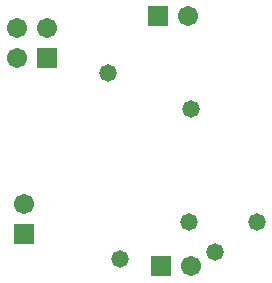
<source format=gbs>
G04 Layer_Color=16711935*
%FSLAX25Y25*%
%MOIN*%
G70*
G01*
G75*
%ADD29C,0.06706*%
%ADD30R,0.06706X0.06706*%
%ADD31R,0.06706X0.06706*%
%ADD32C,0.05800*%
D29*
X342000Y336000D02*
D03*
X397657Y315220D02*
D03*
X339398Y384528D02*
D03*
X349398Y394528D02*
D03*
X339398D02*
D03*
X396713Y398504D02*
D03*
D30*
X342000Y326000D02*
D03*
X349398Y384528D02*
D03*
D31*
X387657Y315220D02*
D03*
X386713Y398504D02*
D03*
D32*
X397500Y367500D02*
D03*
X374000Y317500D02*
D03*
X405500Y320000D02*
D03*
X397000Y330000D02*
D03*
X419500D02*
D03*
X370000Y379500D02*
D03*
M02*

</source>
